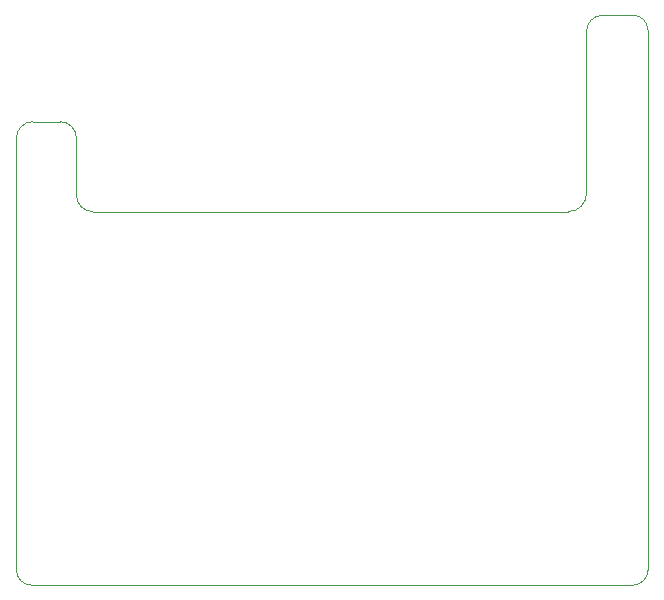
<source format=gbr>
G04 #@! TF.GenerationSoftware,KiCad,Pcbnew,(5.1.5)-3*
G04 #@! TF.CreationDate,2020-02-24T19:19:41-08:00*
G04 #@! TF.ProjectId,ESP-07,4553502d-3037-42e6-9b69-6361645f7063,rev?*
G04 #@! TF.SameCoordinates,Original*
G04 #@! TF.FileFunction,Profile,NP*
%FSLAX46Y46*%
G04 Gerber Fmt 4.6, Leading zero omitted, Abs format (unit mm)*
G04 Created by KiCad (PCBNEW (5.1.5)-3) date 2020-02-24 19:19:41*
%MOMM*%
%LPD*%
G04 APERTURE LIST*
%ADD10C,0.100000*%
G04 APERTURE END LIST*
D10*
X136144000Y-122555000D02*
G75*
G02X134874000Y-121285000I0J1270000D01*
G01*
X188341000Y-121285000D02*
G75*
G02X187071000Y-122555000I-1270000J0D01*
G01*
X187071000Y-74295000D02*
G75*
G02X188341000Y-75565000I0J-1270000D01*
G01*
X183134000Y-75692000D02*
G75*
G02X184531000Y-74295000I1397000J0D01*
G01*
X183134000Y-89408000D02*
G75*
G02X181610000Y-90932000I-1524000J0D01*
G01*
X141351000Y-90932000D02*
G75*
G02X139954000Y-89535000I0J1397000D01*
G01*
X138557000Y-83312000D02*
G75*
G02X139954000Y-84709000I0J-1397000D01*
G01*
X134874000Y-84709000D02*
G75*
G02X136271000Y-83312000I1397000J0D01*
G01*
X136144000Y-122555000D02*
X187071000Y-122555000D01*
X134874000Y-84709000D02*
X134874000Y-121285000D01*
X138557000Y-83312000D02*
X136271000Y-83312000D01*
X139954000Y-89535000D02*
X139954000Y-84709000D01*
X181610000Y-90932000D02*
X141351000Y-90932000D01*
X183134000Y-75692000D02*
X183134000Y-89408000D01*
X187071000Y-74295000D02*
X184531000Y-74295000D01*
X188341000Y-121285000D02*
X188341000Y-75565000D01*
M02*

</source>
